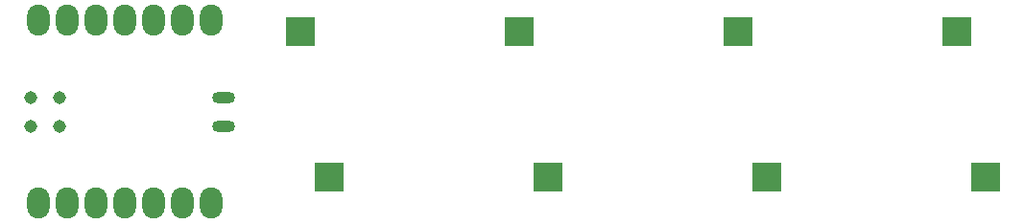
<source format=gbr>
G04 #@! TF.GenerationSoftware,KiCad,Pcbnew,8.0.6*
G04 #@! TF.CreationDate,2025-06-28T13:00:17+01:00*
G04 #@! TF.ProjectId,1x4,3178342e-6b69-4636-9164-5f7063625858,0.2*
G04 #@! TF.SameCoordinates,Original*
G04 #@! TF.FileFunction,Paste,Bot*
G04 #@! TF.FilePolarity,Positive*
%FSLAX46Y46*%
G04 Gerber Fmt 4.6, Leading zero omitted, Abs format (unit mm)*
G04 Created by KiCad (PCBNEW 8.0.6) date 2025-06-28 13:00:17*
%MOMM*%
%LPD*%
G01*
G04 APERTURE LIST*
%ADD10R,2.500000X2.550000*%
%ADD11O,1.998980X2.748280*%
%ADD12O,2.032000X1.016000*%
%ADD13C,1.143000*%
G04 APERTURE END LIST*
D10*
X101981000Y-56415000D03*
X104521000Y-69342000D03*
X121285000Y-56415000D03*
X123825000Y-69342000D03*
X82633934Y-56415000D03*
X85173934Y-69342000D03*
X140589000Y-56415000D03*
X143129000Y-69342000D03*
D11*
X59550000Y-55450000D03*
X62090000Y-55450000D03*
X64630000Y-55450000D03*
X67170000Y-55450000D03*
X69710000Y-55450000D03*
X72250000Y-55450000D03*
X74790000Y-55450000D03*
X74790000Y-71614560D03*
X72250000Y-71614560D03*
X69710000Y-71614560D03*
X67170000Y-71614560D03*
X64630000Y-71614560D03*
X62090000Y-71614560D03*
X59550000Y-71614560D03*
D12*
X75867820Y-62316880D03*
X75867820Y-64866880D03*
D13*
X58863633Y-62315683D03*
X58863633Y-64855683D03*
X61403633Y-62315683D03*
X61403633Y-64855683D03*
M02*

</source>
